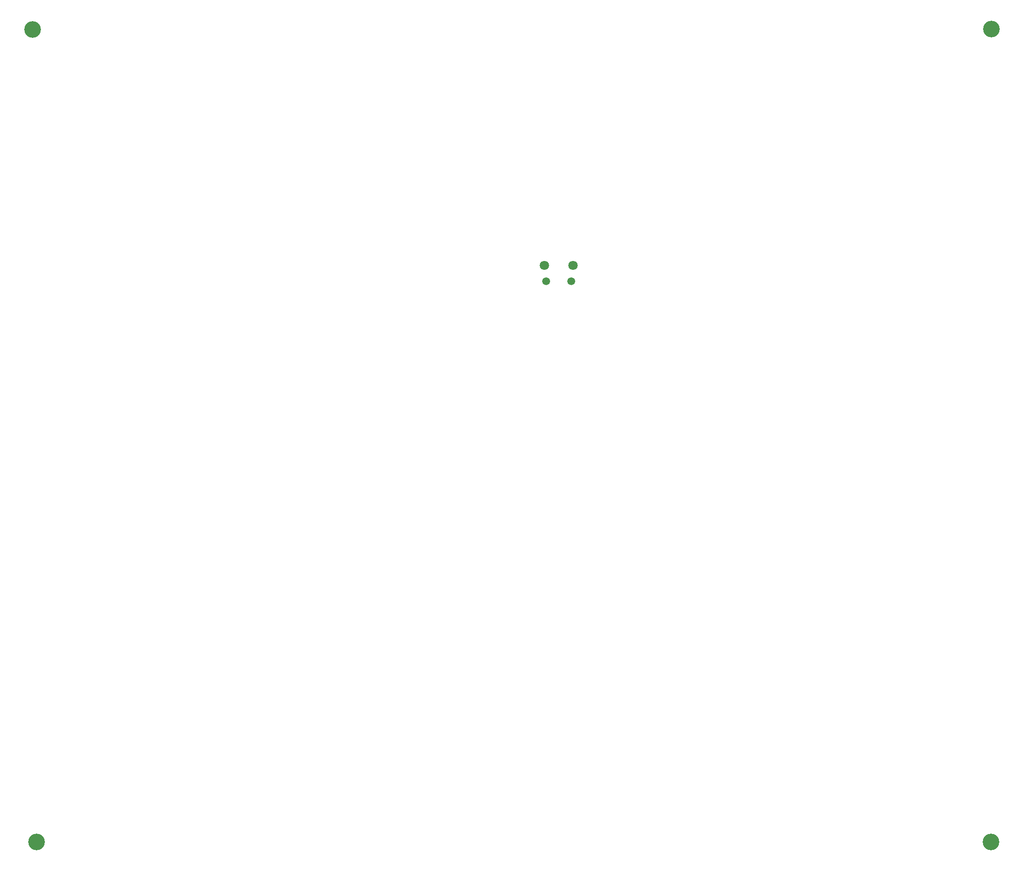
<source format=gbr>
%TF.GenerationSoftware,KiCad,Pcbnew,7.0.11+dfsg-1build4*%
%TF.CreationDate,2025-03-03T16:30:46+05:30*%
%TF.ProjectId,incubator,696e6375-6261-4746-9f72-2e6b69636164,rev?*%
%TF.SameCoordinates,Original*%
%TF.FileFunction,NonPlated,1,2,NPTH,Drill*%
%TF.FilePolarity,Positive*%
%FSLAX46Y46*%
G04 Gerber Fmt 4.6, Leading zero omitted, Abs format (unit mm)*
G04 Created by KiCad (PCBNEW 7.0.11+dfsg-1build4) date 2025-03-03 16:30:46*
%MOMM*%
%LPD*%
G01*
G04 APERTURE LIST*
%TA.AperFunction,ComponentDrill*%
%ADD10C,1.500000*%
%TD*%
%TA.AperFunction,ComponentDrill*%
%ADD11C,1.800000*%
%TD*%
%TA.AperFunction,ComponentDrill*%
%ADD12C,3.200000*%
%TD*%
G04 APERTURE END LIST*
D10*
%TO.C,U3*%
X134215000Y-70040000D03*
X139065000Y-70040000D03*
D11*
X133915000Y-67010000D03*
X139365000Y-67010000D03*
D12*
%TO.C,H2*%
X35540000Y-21650000D03*
%TO.C,H4*%
X36260000Y-177880000D03*
%TO.C,H3*%
X219770000Y-177920000D03*
%TO.C,H1*%
X219820000Y-21560000D03*
M02*

</source>
